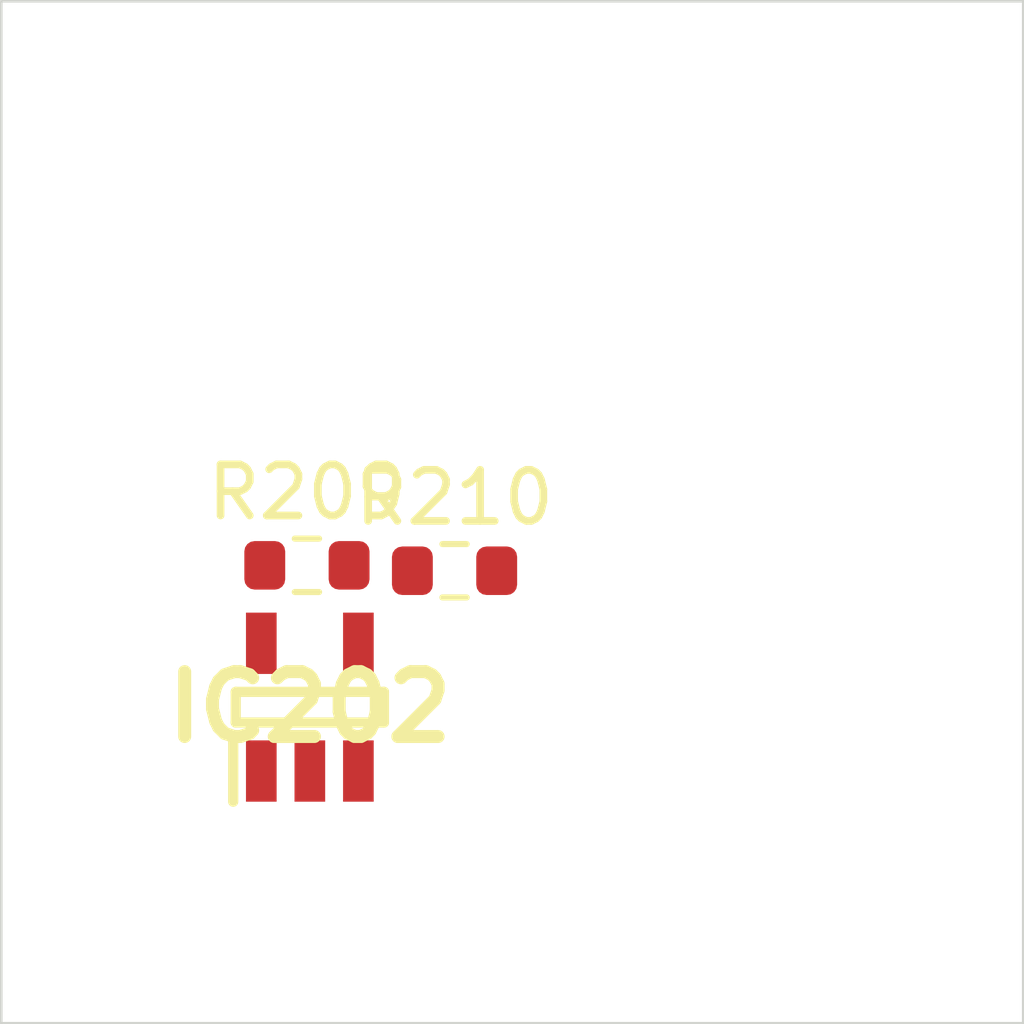
<source format=kicad_pcb>
 ( kicad_pcb  ( version 20171130 )
 ( host pcbnew 5.1.12-84ad8e8a86~92~ubuntu18.04.1 )
 ( general  ( thickness 1.6 )
 ( drawings 4 )
 ( tracks 0 )
 ( zones 0 )
 ( modules 3 )
 ( nets 5 )
)
 ( page A4 )
 ( layers  ( 0 F.Cu signal )
 ( 31 B.Cu signal )
 ( 32 B.Adhes user )
 ( 33 F.Adhes user )
 ( 34 B.Paste user )
 ( 35 F.Paste user )
 ( 36 B.SilkS user )
 ( 37 F.SilkS user )
 ( 38 B.Mask user )
 ( 39 F.Mask user )
 ( 40 Dwgs.User user )
 ( 41 Cmts.User user )
 ( 42 Eco1.User user )
 ( 43 Eco2.User user )
 ( 44 Edge.Cuts user )
 ( 45 Margin user )
 ( 46 B.CrtYd user )
 ( 47 F.CrtYd user )
 ( 48 B.Fab user )
 ( 49 F.Fab user )
)
 ( setup  ( last_trace_width 0.25 )
 ( trace_clearance 0.2 )
 ( zone_clearance 0.508 )
 ( zone_45_only no )
 ( trace_min 0.2 )
 ( via_size 0.8 )
 ( via_drill 0.4 )
 ( via_min_size 0.4 )
 ( via_min_drill 0.3 )
 ( uvia_size 0.3 )
 ( uvia_drill 0.1 )
 ( uvias_allowed no )
 ( uvia_min_size 0.2 )
 ( uvia_min_drill 0.1 )
 ( edge_width 0.05 )
 ( segment_width 0.2 )
 ( pcb_text_width 0.3 )
 ( pcb_text_size 1.5 1.5 )
 ( mod_edge_width 0.12 )
 ( mod_text_size 1 1 )
 ( mod_text_width 0.15 )
 ( pad_size 1.524 1.524 )
 ( pad_drill 0.762 )
 ( pad_to_mask_clearance 0 )
 ( aux_axis_origin 0 0 )
 ( visible_elements FFFFFF7F )
 ( pcbplotparams  ( layerselection 0x010fc_ffffffff )
 ( usegerberextensions false )
 ( usegerberattributes true )
 ( usegerberadvancedattributes true )
 ( creategerberjobfile true )
 ( excludeedgelayer true )
 ( linewidth 0.100000 )
 ( plotframeref false )
 ( viasonmask false )
 ( mode 1 )
 ( useauxorigin false )
 ( hpglpennumber 1 )
 ( hpglpenspeed 20 )
 ( hpglpendiameter 15.000000 )
 ( psnegative false )
 ( psa4output false )
 ( plotreference true )
 ( plotvalue true )
 ( plotinvisibletext false )
 ( padsonsilk false )
 ( subtractmaskfromsilk false )
 ( outputformat 1 )
 ( mirror false )
 ( drillshape 1 )
 ( scaleselection 1 )
 ( outputdirectory "" )
)
)
 ( net 0 "" )
 ( net 1 GND )
 ( net 2 VDDA )
 ( net 3 /Sheet6235D886/vp )
 ( net 4 "Net-(IC202-Pad3)" )
 ( net_class Default "This is the default net class."  ( clearance 0.2 )
 ( trace_width 0.25 )
 ( via_dia 0.8 )
 ( via_drill 0.4 )
 ( uvia_dia 0.3 )
 ( uvia_drill 0.1 )
 ( add_net /Sheet6235D886/vp )
 ( add_net GND )
 ( add_net "Net-(IC202-Pad3)" )
 ( add_net VDDA )
)
 ( module SOT95P280X145-5N locked  ( layer F.Cu )
 ( tedit 62336ED7 )
 ( tstamp 623423ED )
 ( at 86.038900 113.815000 90.000000 )
 ( descr DBV0005A )
 ( tags "Integrated Circuit" )
 ( path /6235D887/6266C08E )
 ( attr smd )
 ( fp_text reference IC202  ( at 0 0 )
 ( layer F.SilkS )
 ( effects  ( font  ( size 1.27 1.27 )
 ( thickness 0.254 )
)
)
)
 ( fp_text value TL071HIDBVR  ( at 0 0 )
 ( layer F.SilkS )
hide  ( effects  ( font  ( size 1.27 1.27 )
 ( thickness 0.254 )
)
)
)
 ( fp_line  ( start -1.85 -1.5 )
 ( end -0.65 -1.5 )
 ( layer F.SilkS )
 ( width 0.2 )
)
 ( fp_line  ( start -0.3 1.45 )
 ( end -0.3 -1.45 )
 ( layer F.SilkS )
 ( width 0.2 )
)
 ( fp_line  ( start 0.3 1.45 )
 ( end -0.3 1.45 )
 ( layer F.SilkS )
 ( width 0.2 )
)
 ( fp_line  ( start 0.3 -1.45 )
 ( end 0.3 1.45 )
 ( layer F.SilkS )
 ( width 0.2 )
)
 ( fp_line  ( start -0.3 -1.45 )
 ( end 0.3 -1.45 )
 ( layer F.SilkS )
 ( width 0.2 )
)
 ( fp_line  ( start -0.8 -0.5 )
 ( end 0.15 -1.45 )
 ( layer Dwgs.User )
 ( width 0.1 )
)
 ( fp_line  ( start -0.8 1.45 )
 ( end -0.8 -1.45 )
 ( layer Dwgs.User )
 ( width 0.1 )
)
 ( fp_line  ( start 0.8 1.45 )
 ( end -0.8 1.45 )
 ( layer Dwgs.User )
 ( width 0.1 )
)
 ( fp_line  ( start 0.8 -1.45 )
 ( end 0.8 1.45 )
 ( layer Dwgs.User )
 ( width 0.1 )
)
 ( fp_line  ( start -0.8 -1.45 )
 ( end 0.8 -1.45 )
 ( layer Dwgs.User )
 ( width 0.1 )
)
 ( fp_line  ( start -2.1 1.775 )
 ( end -2.1 -1.775 )
 ( layer Dwgs.User )
 ( width 0.05 )
)
 ( fp_line  ( start 2.1 1.775 )
 ( end -2.1 1.775 )
 ( layer Dwgs.User )
 ( width 0.05 )
)
 ( fp_line  ( start 2.1 -1.775 )
 ( end 2.1 1.775 )
 ( layer Dwgs.User )
 ( width 0.05 )
)
 ( fp_line  ( start -2.1 -1.775 )
 ( end 2.1 -1.775 )
 ( layer Dwgs.User )
 ( width 0.05 )
)
 ( pad 1 smd rect  ( at -1.25 -0.95 180.000000 )
 ( size 0.6 1.2 )
 ( layers F.Cu F.Mask F.Paste )
 ( net 3 /Sheet6235D886/vp )
)
 ( pad 2 smd rect  ( at -1.25 0 180.000000 )
 ( size 0.6 1.2 )
 ( layers F.Cu F.Mask F.Paste )
 ( net 1 GND )
)
 ( pad 3 smd rect  ( at -1.25 0.95 180.000000 )
 ( size 0.6 1.2 )
 ( layers F.Cu F.Mask F.Paste )
 ( net 4 "Net-(IC202-Pad3)" )
)
 ( pad 4 smd rect  ( at 1.25 0.95 180.000000 )
 ( size 0.6 1.2 )
 ( layers F.Cu F.Mask F.Paste )
 ( net 3 /Sheet6235D886/vp )
)
 ( pad 5 smd rect  ( at 1.25 -0.95 180.000000 )
 ( size 0.6 1.2 )
 ( layers F.Cu F.Mask F.Paste )
 ( net 2 VDDA )
)
)
 ( module Resistor_SMD:R_0603_1608Metric  ( layer F.Cu )
 ( tedit 5F68FEEE )
 ( tstamp 62342595 )
 ( at 85.981800 111.039000 )
 ( descr "Resistor SMD 0603 (1608 Metric), square (rectangular) end terminal, IPC_7351 nominal, (Body size source: IPC-SM-782 page 72, https://www.pcb-3d.com/wordpress/wp-content/uploads/ipc-sm-782a_amendment_1_and_2.pdf), generated with kicad-footprint-generator" )
 ( tags resistor )
 ( path /6235D887/623CDBD9 )
 ( attr smd )
 ( fp_text reference R209  ( at 0 -1.43 )
 ( layer F.SilkS )
 ( effects  ( font  ( size 1 1 )
 ( thickness 0.15 )
)
)
)
 ( fp_text value 100k  ( at 0 1.43 )
 ( layer F.Fab )
 ( effects  ( font  ( size 1 1 )
 ( thickness 0.15 )
)
)
)
 ( fp_line  ( start -0.8 0.4125 )
 ( end -0.8 -0.4125 )
 ( layer F.Fab )
 ( width 0.1 )
)
 ( fp_line  ( start -0.8 -0.4125 )
 ( end 0.8 -0.4125 )
 ( layer F.Fab )
 ( width 0.1 )
)
 ( fp_line  ( start 0.8 -0.4125 )
 ( end 0.8 0.4125 )
 ( layer F.Fab )
 ( width 0.1 )
)
 ( fp_line  ( start 0.8 0.4125 )
 ( end -0.8 0.4125 )
 ( layer F.Fab )
 ( width 0.1 )
)
 ( fp_line  ( start -0.237258 -0.5225 )
 ( end 0.237258 -0.5225 )
 ( layer F.SilkS )
 ( width 0.12 )
)
 ( fp_line  ( start -0.237258 0.5225 )
 ( end 0.237258 0.5225 )
 ( layer F.SilkS )
 ( width 0.12 )
)
 ( fp_line  ( start -1.48 0.73 )
 ( end -1.48 -0.73 )
 ( layer F.CrtYd )
 ( width 0.05 )
)
 ( fp_line  ( start -1.48 -0.73 )
 ( end 1.48 -0.73 )
 ( layer F.CrtYd )
 ( width 0.05 )
)
 ( fp_line  ( start 1.48 -0.73 )
 ( end 1.48 0.73 )
 ( layer F.CrtYd )
 ( width 0.05 )
)
 ( fp_line  ( start 1.48 0.73 )
 ( end -1.48 0.73 )
 ( layer F.CrtYd )
 ( width 0.05 )
)
 ( fp_text user %R  ( at 0 0 )
 ( layer F.Fab )
 ( effects  ( font  ( size 0.4 0.4 )
 ( thickness 0.06 )
)
)
)
 ( pad 1 smd roundrect  ( at -0.825 0 )
 ( size 0.8 0.95 )
 ( layers F.Cu F.Mask F.Paste )
 ( roundrect_rratio 0.25 )
 ( net 2 VDDA )
)
 ( pad 2 smd roundrect  ( at 0.825 0 )
 ( size 0.8 0.95 )
 ( layers F.Cu F.Mask F.Paste )
 ( roundrect_rratio 0.25 )
 ( net 4 "Net-(IC202-Pad3)" )
)
 ( model ${KISYS3DMOD}/Resistor_SMD.3dshapes/R_0603_1608Metric.wrl  ( at  ( xyz 0 0 0 )
)
 ( scale  ( xyz 1 1 1 )
)
 ( rotate  ( xyz 0 0 0 )
)
)
)
 ( module Resistor_SMD:R_0603_1608Metric  ( layer F.Cu )
 ( tedit 5F68FEEE )
 ( tstamp 623425A6 )
 ( at 88.870700 111.145000 )
 ( descr "Resistor SMD 0603 (1608 Metric), square (rectangular) end terminal, IPC_7351 nominal, (Body size source: IPC-SM-782 page 72, https://www.pcb-3d.com/wordpress/wp-content/uploads/ipc-sm-782a_amendment_1_and_2.pdf), generated with kicad-footprint-generator" )
 ( tags resistor )
 ( path /6235D887/623CDBDF )
 ( attr smd )
 ( fp_text reference R210  ( at 0 -1.43 )
 ( layer F.SilkS )
 ( effects  ( font  ( size 1 1 )
 ( thickness 0.15 )
)
)
)
 ( fp_text value 100k  ( at 0 1.43 )
 ( layer F.Fab )
 ( effects  ( font  ( size 1 1 )
 ( thickness 0.15 )
)
)
)
 ( fp_line  ( start 1.48 0.73 )
 ( end -1.48 0.73 )
 ( layer F.CrtYd )
 ( width 0.05 )
)
 ( fp_line  ( start 1.48 -0.73 )
 ( end 1.48 0.73 )
 ( layer F.CrtYd )
 ( width 0.05 )
)
 ( fp_line  ( start -1.48 -0.73 )
 ( end 1.48 -0.73 )
 ( layer F.CrtYd )
 ( width 0.05 )
)
 ( fp_line  ( start -1.48 0.73 )
 ( end -1.48 -0.73 )
 ( layer F.CrtYd )
 ( width 0.05 )
)
 ( fp_line  ( start -0.237258 0.5225 )
 ( end 0.237258 0.5225 )
 ( layer F.SilkS )
 ( width 0.12 )
)
 ( fp_line  ( start -0.237258 -0.5225 )
 ( end 0.237258 -0.5225 )
 ( layer F.SilkS )
 ( width 0.12 )
)
 ( fp_line  ( start 0.8 0.4125 )
 ( end -0.8 0.4125 )
 ( layer F.Fab )
 ( width 0.1 )
)
 ( fp_line  ( start 0.8 -0.4125 )
 ( end 0.8 0.4125 )
 ( layer F.Fab )
 ( width 0.1 )
)
 ( fp_line  ( start -0.8 -0.4125 )
 ( end 0.8 -0.4125 )
 ( layer F.Fab )
 ( width 0.1 )
)
 ( fp_line  ( start -0.8 0.4125 )
 ( end -0.8 -0.4125 )
 ( layer F.Fab )
 ( width 0.1 )
)
 ( fp_text user %R  ( at 0 0 )
 ( layer F.Fab )
 ( effects  ( font  ( size 0.4 0.4 )
 ( thickness 0.06 )
)
)
)
 ( pad 2 smd roundrect  ( at 0.825 0 )
 ( size 0.8 0.95 )
 ( layers F.Cu F.Mask F.Paste )
 ( roundrect_rratio 0.25 )
 ( net 1 GND )
)
 ( pad 1 smd roundrect  ( at -0.825 0 )
 ( size 0.8 0.95 )
 ( layers F.Cu F.Mask F.Paste )
 ( roundrect_rratio 0.25 )
 ( net 4 "Net-(IC202-Pad3)" )
)
 ( model ${KISYS3DMOD}/Resistor_SMD.3dshapes/R_0603_1608Metric.wrl  ( at  ( xyz 0 0 0 )
)
 ( scale  ( xyz 1 1 1 )
)
 ( rotate  ( xyz 0 0 0 )
)
)
)
 ( gr_line  ( start 100 100 )
 ( end 100 120 )
 ( layer Edge.Cuts )
 ( width 0.05 )
 ( tstamp 62E770C4 )
)
 ( gr_line  ( start 80 120 )
 ( end 100 120 )
 ( layer Edge.Cuts )
 ( width 0.05 )
 ( tstamp 62E770C0 )
)
 ( gr_line  ( start 80 100 )
 ( end 100 100 )
 ( layer Edge.Cuts )
 ( width 0.05 )
 ( tstamp 6234110C )
)
 ( gr_line  ( start 80 100 )
 ( end 80 120 )
 ( layer Edge.Cuts )
 ( width 0.05 )
)
)

</source>
